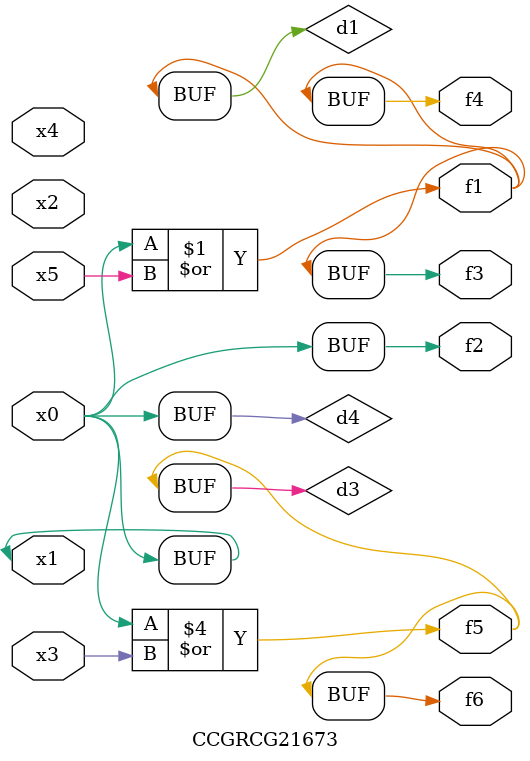
<source format=v>
module CCGRCG21673(
	input x0, x1, x2, x3, x4, x5,
	output f1, f2, f3, f4, f5, f6
);

	wire d1, d2, d3, d4;

	or (d1, x0, x5);
	xnor (d2, x1, x4);
	or (d3, x0, x3);
	buf (d4, x0, x1);
	assign f1 = d1;
	assign f2 = d4;
	assign f3 = d1;
	assign f4 = d1;
	assign f5 = d3;
	assign f6 = d3;
endmodule

</source>
